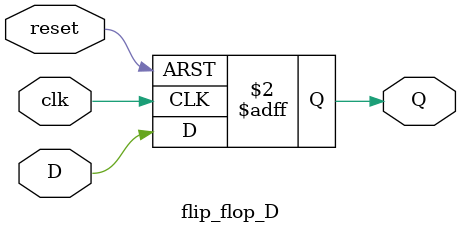
<source format=v>
/*Diseña un flip-flop tipo D con reloj síncrono y señal de reset asíncrono activo alto. El flip-flop debe
almacenar el valor de la entrada D en el flanco positivo del reloj.*/

module flip_flop_D (
    input wire clk,      // Señal de reloj
    input wire reset,    // Señal de reset asíncrono
    input wire D,        // Entrada D
    output reg Q        // Salida Q
);

    always @(posedge clk or posedge reset) begin
        if (reset) begin
            Q <= 1'b0;  // Reset asíncrono
        end else begin
            Q <= D;     // Almacenar D en el flanco positivo del reloj
        end
    end

endmodule
</source>
